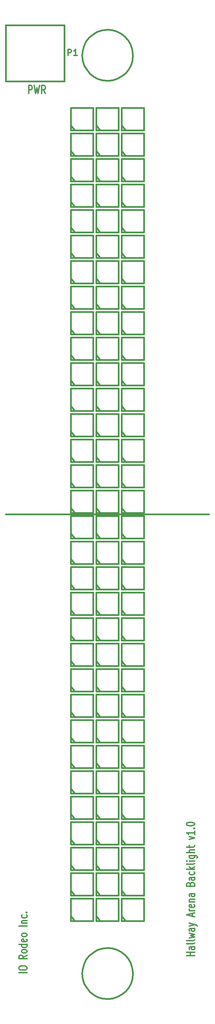
<source format=gto>
G04 (created by PCBNEW-RS274X (2011-07-19)-testing) date Thu 04 Aug 2011 02:52:52 PM PDT*
G01*
G70*
G90*
%MOIN*%
G04 Gerber Fmt 3.4, Leading zero omitted, Abs format*
%FSLAX34Y34*%
G04 APERTURE LIST*
%ADD10C,0.006000*%
%ADD11C,0.012000*%
%ADD12C,0.015000*%
G04 APERTURE END LIST*
G54D10*
G54D11*
X42250Y-27524D02*
X42250Y-26724D01*
X42478Y-26724D01*
X42536Y-26762D01*
X42564Y-26800D01*
X42593Y-26876D01*
X42593Y-26990D01*
X42564Y-27067D01*
X42536Y-27105D01*
X42478Y-27143D01*
X42250Y-27143D01*
X42793Y-26724D02*
X42936Y-27524D01*
X43050Y-26952D01*
X43164Y-27524D01*
X43307Y-26724D01*
X43879Y-27524D02*
X43679Y-27143D01*
X43536Y-27524D02*
X43536Y-26724D01*
X43764Y-26724D01*
X43822Y-26762D01*
X43850Y-26800D01*
X43879Y-26876D01*
X43879Y-26990D01*
X43850Y-27067D01*
X43822Y-27105D01*
X43764Y-27143D01*
X43536Y-27143D01*
X42074Y-113686D02*
X41274Y-113686D01*
X41274Y-113286D02*
X41274Y-113172D01*
X41312Y-113114D01*
X41388Y-113057D01*
X41540Y-113029D01*
X41807Y-113029D01*
X41960Y-113057D01*
X42036Y-113114D01*
X42074Y-113172D01*
X42074Y-113286D01*
X42036Y-113343D01*
X41960Y-113400D01*
X41807Y-113429D01*
X41540Y-113429D01*
X41388Y-113400D01*
X41312Y-113343D01*
X41274Y-113286D01*
X42074Y-111971D02*
X41693Y-112171D01*
X42074Y-112314D02*
X41274Y-112314D01*
X41274Y-112086D01*
X41312Y-112028D01*
X41350Y-112000D01*
X41426Y-111971D01*
X41540Y-111971D01*
X41617Y-112000D01*
X41655Y-112028D01*
X41693Y-112086D01*
X41693Y-112314D01*
X42074Y-111628D02*
X42036Y-111686D01*
X41998Y-111714D01*
X41921Y-111743D01*
X41693Y-111743D01*
X41617Y-111714D01*
X41579Y-111686D01*
X41540Y-111628D01*
X41540Y-111543D01*
X41579Y-111486D01*
X41617Y-111457D01*
X41693Y-111428D01*
X41921Y-111428D01*
X41998Y-111457D01*
X42036Y-111486D01*
X42074Y-111543D01*
X42074Y-111628D01*
X42074Y-110914D02*
X41274Y-110914D01*
X42036Y-110914D02*
X42074Y-110971D01*
X42074Y-111085D01*
X42036Y-111143D01*
X41998Y-111171D01*
X41921Y-111200D01*
X41693Y-111200D01*
X41617Y-111171D01*
X41579Y-111143D01*
X41540Y-111085D01*
X41540Y-110971D01*
X41579Y-110914D01*
X42036Y-110400D02*
X42074Y-110457D01*
X42074Y-110571D01*
X42036Y-110628D01*
X41960Y-110657D01*
X41655Y-110657D01*
X41579Y-110628D01*
X41540Y-110571D01*
X41540Y-110457D01*
X41579Y-110400D01*
X41655Y-110371D01*
X41731Y-110371D01*
X41807Y-110657D01*
X42074Y-110028D02*
X42036Y-110086D01*
X41998Y-110114D01*
X41921Y-110143D01*
X41693Y-110143D01*
X41617Y-110114D01*
X41579Y-110086D01*
X41540Y-110028D01*
X41540Y-109943D01*
X41579Y-109886D01*
X41617Y-109857D01*
X41693Y-109828D01*
X41921Y-109828D01*
X41998Y-109857D01*
X42036Y-109886D01*
X42074Y-109943D01*
X42074Y-110028D01*
X42074Y-109114D02*
X41274Y-109114D01*
X41540Y-108828D02*
X42074Y-108828D01*
X41617Y-108828D02*
X41579Y-108800D01*
X41540Y-108742D01*
X41540Y-108657D01*
X41579Y-108600D01*
X41655Y-108571D01*
X42074Y-108571D01*
X42036Y-108028D02*
X42074Y-108085D01*
X42074Y-108199D01*
X42036Y-108257D01*
X41998Y-108285D01*
X41921Y-108314D01*
X41693Y-108314D01*
X41617Y-108285D01*
X41579Y-108257D01*
X41540Y-108199D01*
X41540Y-108085D01*
X41579Y-108028D01*
X41998Y-107771D02*
X42036Y-107743D01*
X42074Y-107771D01*
X42036Y-107800D01*
X41998Y-107771D01*
X42074Y-107771D01*
X58574Y-112028D02*
X57774Y-112028D01*
X58155Y-112028D02*
X58155Y-111685D01*
X58574Y-111685D02*
X57774Y-111685D01*
X58574Y-111142D02*
X58155Y-111142D01*
X58079Y-111171D01*
X58040Y-111228D01*
X58040Y-111342D01*
X58079Y-111399D01*
X58536Y-111142D02*
X58574Y-111199D01*
X58574Y-111342D01*
X58536Y-111399D01*
X58460Y-111428D01*
X58383Y-111428D01*
X58307Y-111399D01*
X58269Y-111342D01*
X58269Y-111199D01*
X58231Y-111142D01*
X58574Y-110770D02*
X58536Y-110828D01*
X58460Y-110856D01*
X57774Y-110856D01*
X58574Y-110456D02*
X58536Y-110514D01*
X58460Y-110542D01*
X57774Y-110542D01*
X58040Y-110285D02*
X58574Y-110171D01*
X58193Y-110057D01*
X58574Y-109942D01*
X58040Y-109828D01*
X58574Y-109342D02*
X58155Y-109342D01*
X58079Y-109371D01*
X58040Y-109428D01*
X58040Y-109542D01*
X58079Y-109599D01*
X58536Y-109342D02*
X58574Y-109399D01*
X58574Y-109542D01*
X58536Y-109599D01*
X58460Y-109628D01*
X58383Y-109628D01*
X58307Y-109599D01*
X58269Y-109542D01*
X58269Y-109399D01*
X58231Y-109342D01*
X58040Y-109113D02*
X58574Y-108970D01*
X58040Y-108828D02*
X58574Y-108970D01*
X58764Y-109028D01*
X58802Y-109056D01*
X58840Y-109113D01*
X58345Y-108171D02*
X58345Y-107885D01*
X58574Y-108228D02*
X57774Y-108028D01*
X58574Y-107828D01*
X58574Y-107628D02*
X58040Y-107628D01*
X58193Y-107628D02*
X58117Y-107600D01*
X58079Y-107571D01*
X58040Y-107514D01*
X58040Y-107457D01*
X58536Y-107029D02*
X58574Y-107086D01*
X58574Y-107200D01*
X58536Y-107257D01*
X58460Y-107286D01*
X58155Y-107286D01*
X58079Y-107257D01*
X58040Y-107200D01*
X58040Y-107086D01*
X58079Y-107029D01*
X58155Y-107000D01*
X58231Y-107000D01*
X58307Y-107286D01*
X58040Y-106743D02*
X58574Y-106743D01*
X58117Y-106743D02*
X58079Y-106715D01*
X58040Y-106657D01*
X58040Y-106572D01*
X58079Y-106515D01*
X58155Y-106486D01*
X58574Y-106486D01*
X58574Y-105943D02*
X58155Y-105943D01*
X58079Y-105972D01*
X58040Y-106029D01*
X58040Y-106143D01*
X58079Y-106200D01*
X58536Y-105943D02*
X58574Y-106000D01*
X58574Y-106143D01*
X58536Y-106200D01*
X58460Y-106229D01*
X58383Y-106229D01*
X58307Y-106200D01*
X58269Y-106143D01*
X58269Y-106000D01*
X58231Y-105943D01*
X58155Y-105000D02*
X58193Y-104914D01*
X58231Y-104886D01*
X58307Y-104857D01*
X58421Y-104857D01*
X58498Y-104886D01*
X58536Y-104914D01*
X58574Y-104972D01*
X58574Y-105200D01*
X57774Y-105200D01*
X57774Y-105000D01*
X57812Y-104943D01*
X57850Y-104914D01*
X57926Y-104886D01*
X58002Y-104886D01*
X58079Y-104914D01*
X58117Y-104943D01*
X58155Y-105000D01*
X58155Y-105200D01*
X58574Y-104343D02*
X58155Y-104343D01*
X58079Y-104372D01*
X58040Y-104429D01*
X58040Y-104543D01*
X58079Y-104600D01*
X58536Y-104343D02*
X58574Y-104400D01*
X58574Y-104543D01*
X58536Y-104600D01*
X58460Y-104629D01*
X58383Y-104629D01*
X58307Y-104600D01*
X58269Y-104543D01*
X58269Y-104400D01*
X58231Y-104343D01*
X58536Y-103800D02*
X58574Y-103857D01*
X58574Y-103971D01*
X58536Y-104029D01*
X58498Y-104057D01*
X58421Y-104086D01*
X58193Y-104086D01*
X58117Y-104057D01*
X58079Y-104029D01*
X58040Y-103971D01*
X58040Y-103857D01*
X58079Y-103800D01*
X58574Y-103543D02*
X57774Y-103543D01*
X58269Y-103486D02*
X58574Y-103315D01*
X58040Y-103315D02*
X58345Y-103543D01*
X58574Y-102971D02*
X58536Y-103029D01*
X58460Y-103057D01*
X57774Y-103057D01*
X58574Y-102743D02*
X58040Y-102743D01*
X57774Y-102743D02*
X57812Y-102772D01*
X57850Y-102743D01*
X57812Y-102715D01*
X57774Y-102743D01*
X57850Y-102743D01*
X58040Y-102200D02*
X58688Y-102200D01*
X58764Y-102229D01*
X58802Y-102257D01*
X58840Y-102314D01*
X58840Y-102400D01*
X58802Y-102457D01*
X58536Y-102200D02*
X58574Y-102257D01*
X58574Y-102371D01*
X58536Y-102429D01*
X58498Y-102457D01*
X58421Y-102486D01*
X58193Y-102486D01*
X58117Y-102457D01*
X58079Y-102429D01*
X58040Y-102371D01*
X58040Y-102257D01*
X58079Y-102200D01*
X58574Y-101914D02*
X57774Y-101914D01*
X58574Y-101657D02*
X58155Y-101657D01*
X58079Y-101686D01*
X58040Y-101743D01*
X58040Y-101828D01*
X58079Y-101886D01*
X58117Y-101914D01*
X58040Y-101457D02*
X58040Y-101228D01*
X57774Y-101371D02*
X58460Y-101371D01*
X58536Y-101343D01*
X58574Y-101285D01*
X58574Y-101228D01*
X58040Y-100628D02*
X58574Y-100485D01*
X58040Y-100343D01*
X58574Y-99800D02*
X58574Y-100143D01*
X58574Y-99971D02*
X57774Y-99971D01*
X57888Y-100028D01*
X57964Y-100086D01*
X58002Y-100143D01*
X58498Y-99543D02*
X58536Y-99515D01*
X58574Y-99543D01*
X58536Y-99572D01*
X58498Y-99543D01*
X58574Y-99543D01*
X57774Y-99143D02*
X57774Y-99086D01*
X57812Y-99029D01*
X57850Y-99000D01*
X57926Y-98971D01*
X58079Y-98943D01*
X58269Y-98943D01*
X58421Y-98971D01*
X58498Y-99000D01*
X58536Y-99029D01*
X58574Y-99086D01*
X58574Y-99143D01*
X58536Y-99200D01*
X58498Y-99229D01*
X58421Y-99257D01*
X58269Y-99286D01*
X58079Y-99286D01*
X57926Y-99257D01*
X57850Y-99229D01*
X57812Y-99200D01*
X57774Y-99143D01*
G54D12*
X40000Y-68750D02*
X60000Y-68750D01*
X40000Y-26300D02*
X40000Y-20800D01*
X40000Y-20800D02*
X45750Y-20800D01*
X45750Y-20800D02*
X45750Y-26300D01*
X45750Y-26300D02*
X40000Y-26300D01*
X52500Y-23750D02*
X52452Y-24235D01*
X52311Y-24702D01*
X52082Y-25133D01*
X51773Y-25511D01*
X51397Y-25822D01*
X50968Y-26054D01*
X50502Y-26198D01*
X50017Y-26249D01*
X49532Y-26205D01*
X49064Y-26067D01*
X48632Y-25841D01*
X48251Y-25536D01*
X47938Y-25162D01*
X47703Y-24734D01*
X47555Y-24269D01*
X47501Y-23784D01*
X47542Y-23299D01*
X47676Y-22830D01*
X47899Y-22396D01*
X48202Y-22014D01*
X48574Y-21698D01*
X49000Y-21460D01*
X49464Y-21309D01*
X49948Y-21251D01*
X50434Y-21288D01*
X50904Y-21420D01*
X51339Y-21640D01*
X51724Y-21940D01*
X52042Y-22309D01*
X52283Y-22734D01*
X52437Y-23197D01*
X52499Y-23681D01*
X52500Y-23750D01*
X52500Y-113750D02*
X52452Y-114235D01*
X52311Y-114702D01*
X52082Y-115133D01*
X51773Y-115511D01*
X51397Y-115822D01*
X50968Y-116054D01*
X50502Y-116198D01*
X50017Y-116249D01*
X49532Y-116205D01*
X49064Y-116067D01*
X48632Y-115841D01*
X48251Y-115536D01*
X47938Y-115162D01*
X47703Y-114734D01*
X47555Y-114269D01*
X47501Y-113784D01*
X47542Y-113299D01*
X47676Y-112830D01*
X47899Y-112396D01*
X48202Y-112014D01*
X48574Y-111698D01*
X49000Y-111460D01*
X49464Y-111309D01*
X49948Y-111251D01*
X50434Y-111288D01*
X50904Y-111420D01*
X51339Y-111640D01*
X51724Y-111940D01*
X52042Y-112309D01*
X52283Y-112734D01*
X52437Y-113197D01*
X52499Y-113681D01*
X52500Y-113750D01*
X46400Y-30600D02*
X46800Y-31100D01*
X46400Y-28900D02*
X46400Y-31100D01*
X46400Y-31100D02*
X48600Y-31100D01*
X48600Y-31100D02*
X48600Y-28900D01*
X48600Y-28900D02*
X46400Y-28900D01*
X46400Y-33100D02*
X46800Y-33600D01*
X46400Y-31400D02*
X46400Y-33600D01*
X46400Y-33600D02*
X48600Y-33600D01*
X48600Y-33600D02*
X48600Y-31400D01*
X48600Y-31400D02*
X46400Y-31400D01*
X46400Y-35600D02*
X46800Y-36100D01*
X46400Y-33900D02*
X46400Y-36100D01*
X46400Y-36100D02*
X48600Y-36100D01*
X48600Y-36100D02*
X48600Y-33900D01*
X48600Y-33900D02*
X46400Y-33900D01*
X46400Y-38100D02*
X46800Y-38600D01*
X46400Y-36400D02*
X46400Y-38600D01*
X46400Y-38600D02*
X48600Y-38600D01*
X48600Y-38600D02*
X48600Y-36400D01*
X48600Y-36400D02*
X46400Y-36400D01*
X46400Y-40600D02*
X46800Y-41100D01*
X46400Y-38900D02*
X46400Y-41100D01*
X46400Y-41100D02*
X48600Y-41100D01*
X48600Y-41100D02*
X48600Y-38900D01*
X48600Y-38900D02*
X46400Y-38900D01*
X46400Y-43100D02*
X46800Y-43600D01*
X46400Y-41400D02*
X46400Y-43600D01*
X46400Y-43600D02*
X48600Y-43600D01*
X48600Y-43600D02*
X48600Y-41400D01*
X48600Y-41400D02*
X46400Y-41400D01*
X46400Y-45600D02*
X46800Y-46100D01*
X46400Y-43900D02*
X46400Y-46100D01*
X46400Y-46100D02*
X48600Y-46100D01*
X48600Y-46100D02*
X48600Y-43900D01*
X48600Y-43900D02*
X46400Y-43900D01*
X46400Y-48100D02*
X46800Y-48600D01*
X46400Y-46400D02*
X46400Y-48600D01*
X46400Y-48600D02*
X48600Y-48600D01*
X48600Y-48600D02*
X48600Y-46400D01*
X48600Y-46400D02*
X46400Y-46400D01*
X46400Y-50600D02*
X46800Y-51100D01*
X46400Y-48900D02*
X46400Y-51100D01*
X46400Y-51100D02*
X48600Y-51100D01*
X48600Y-51100D02*
X48600Y-48900D01*
X48600Y-48900D02*
X46400Y-48900D01*
X46400Y-53100D02*
X46800Y-53600D01*
X46400Y-51400D02*
X46400Y-53600D01*
X46400Y-53600D02*
X48600Y-53600D01*
X48600Y-53600D02*
X48600Y-51400D01*
X48600Y-51400D02*
X46400Y-51400D01*
X46400Y-55600D02*
X46800Y-56100D01*
X46400Y-53900D02*
X46400Y-56100D01*
X46400Y-56100D02*
X48600Y-56100D01*
X48600Y-56100D02*
X48600Y-53900D01*
X48600Y-53900D02*
X46400Y-53900D01*
X46400Y-58100D02*
X46800Y-58600D01*
X46400Y-56400D02*
X46400Y-58600D01*
X46400Y-58600D02*
X48600Y-58600D01*
X48600Y-58600D02*
X48600Y-56400D01*
X48600Y-56400D02*
X46400Y-56400D01*
X46400Y-60600D02*
X46800Y-61100D01*
X46400Y-58900D02*
X46400Y-61100D01*
X46400Y-61100D02*
X48600Y-61100D01*
X48600Y-61100D02*
X48600Y-58900D01*
X48600Y-58900D02*
X46400Y-58900D01*
X46400Y-63100D02*
X46800Y-63600D01*
X46400Y-61400D02*
X46400Y-63600D01*
X46400Y-63600D02*
X48600Y-63600D01*
X48600Y-63600D02*
X48600Y-61400D01*
X48600Y-61400D02*
X46400Y-61400D01*
X46400Y-65600D02*
X46800Y-66100D01*
X46400Y-63900D02*
X46400Y-66100D01*
X46400Y-66100D02*
X48600Y-66100D01*
X48600Y-66100D02*
X48600Y-63900D01*
X48600Y-63900D02*
X46400Y-63900D01*
X46400Y-68100D02*
X46800Y-68600D01*
X46400Y-66400D02*
X46400Y-68600D01*
X46400Y-68600D02*
X48600Y-68600D01*
X48600Y-68600D02*
X48600Y-66400D01*
X48600Y-66400D02*
X46400Y-66400D01*
X48900Y-30600D02*
X49300Y-31100D01*
X48900Y-28900D02*
X48900Y-31100D01*
X48900Y-31100D02*
X51100Y-31100D01*
X51100Y-31100D02*
X51100Y-28900D01*
X51100Y-28900D02*
X48900Y-28900D01*
X48900Y-33100D02*
X49300Y-33600D01*
X48900Y-31400D02*
X48900Y-33600D01*
X48900Y-33600D02*
X51100Y-33600D01*
X51100Y-33600D02*
X51100Y-31400D01*
X51100Y-31400D02*
X48900Y-31400D01*
X48900Y-35600D02*
X49300Y-36100D01*
X48900Y-33900D02*
X48900Y-36100D01*
X48900Y-36100D02*
X51100Y-36100D01*
X51100Y-36100D02*
X51100Y-33900D01*
X51100Y-33900D02*
X48900Y-33900D01*
X48900Y-38100D02*
X49300Y-38600D01*
X48900Y-36400D02*
X48900Y-38600D01*
X48900Y-38600D02*
X51100Y-38600D01*
X51100Y-38600D02*
X51100Y-36400D01*
X51100Y-36400D02*
X48900Y-36400D01*
X48900Y-40600D02*
X49300Y-41100D01*
X48900Y-38900D02*
X48900Y-41100D01*
X48900Y-41100D02*
X51100Y-41100D01*
X51100Y-41100D02*
X51100Y-38900D01*
X51100Y-38900D02*
X48900Y-38900D01*
X48900Y-43100D02*
X49300Y-43600D01*
X48900Y-41400D02*
X48900Y-43600D01*
X48900Y-43600D02*
X51100Y-43600D01*
X51100Y-43600D02*
X51100Y-41400D01*
X51100Y-41400D02*
X48900Y-41400D01*
X48900Y-45600D02*
X49300Y-46100D01*
X48900Y-43900D02*
X48900Y-46100D01*
X48900Y-46100D02*
X51100Y-46100D01*
X51100Y-46100D02*
X51100Y-43900D01*
X51100Y-43900D02*
X48900Y-43900D01*
X48900Y-48100D02*
X49300Y-48600D01*
X48900Y-46400D02*
X48900Y-48600D01*
X48900Y-48600D02*
X51100Y-48600D01*
X51100Y-48600D02*
X51100Y-46400D01*
X51100Y-46400D02*
X48900Y-46400D01*
X48900Y-50600D02*
X49300Y-51100D01*
X48900Y-48900D02*
X48900Y-51100D01*
X48900Y-51100D02*
X51100Y-51100D01*
X51100Y-51100D02*
X51100Y-48900D01*
X51100Y-48900D02*
X48900Y-48900D01*
X48900Y-53100D02*
X49300Y-53600D01*
X48900Y-51400D02*
X48900Y-53600D01*
X48900Y-53600D02*
X51100Y-53600D01*
X51100Y-53600D02*
X51100Y-51400D01*
X51100Y-51400D02*
X48900Y-51400D01*
X48900Y-55600D02*
X49300Y-56100D01*
X48900Y-53900D02*
X48900Y-56100D01*
X48900Y-56100D02*
X51100Y-56100D01*
X51100Y-56100D02*
X51100Y-53900D01*
X51100Y-53900D02*
X48900Y-53900D01*
X48900Y-58100D02*
X49300Y-58600D01*
X48900Y-56400D02*
X48900Y-58600D01*
X48900Y-58600D02*
X51100Y-58600D01*
X51100Y-58600D02*
X51100Y-56400D01*
X51100Y-56400D02*
X48900Y-56400D01*
X48900Y-60600D02*
X49300Y-61100D01*
X48900Y-58900D02*
X48900Y-61100D01*
X48900Y-61100D02*
X51100Y-61100D01*
X51100Y-61100D02*
X51100Y-58900D01*
X51100Y-58900D02*
X48900Y-58900D01*
X48900Y-63100D02*
X49300Y-63600D01*
X48900Y-61400D02*
X48900Y-63600D01*
X48900Y-63600D02*
X51100Y-63600D01*
X51100Y-63600D02*
X51100Y-61400D01*
X51100Y-61400D02*
X48900Y-61400D01*
X48900Y-65600D02*
X49300Y-66100D01*
X48900Y-63900D02*
X48900Y-66100D01*
X48900Y-66100D02*
X51100Y-66100D01*
X51100Y-66100D02*
X51100Y-63900D01*
X51100Y-63900D02*
X48900Y-63900D01*
X48900Y-68100D02*
X49300Y-68600D01*
X48900Y-66400D02*
X48900Y-68600D01*
X48900Y-68600D02*
X51100Y-68600D01*
X51100Y-68600D02*
X51100Y-66400D01*
X51100Y-66400D02*
X48900Y-66400D01*
X51400Y-30600D02*
X51800Y-31100D01*
X51400Y-28900D02*
X51400Y-31100D01*
X51400Y-31100D02*
X53600Y-31100D01*
X53600Y-31100D02*
X53600Y-28900D01*
X53600Y-28900D02*
X51400Y-28900D01*
X51400Y-33100D02*
X51800Y-33600D01*
X51400Y-31400D02*
X51400Y-33600D01*
X51400Y-33600D02*
X53600Y-33600D01*
X53600Y-33600D02*
X53600Y-31400D01*
X53600Y-31400D02*
X51400Y-31400D01*
X51400Y-35600D02*
X51800Y-36100D01*
X51400Y-33900D02*
X51400Y-36100D01*
X51400Y-36100D02*
X53600Y-36100D01*
X53600Y-36100D02*
X53600Y-33900D01*
X53600Y-33900D02*
X51400Y-33900D01*
X51400Y-38100D02*
X51800Y-38600D01*
X51400Y-36400D02*
X51400Y-38600D01*
X51400Y-38600D02*
X53600Y-38600D01*
X53600Y-38600D02*
X53600Y-36400D01*
X53600Y-36400D02*
X51400Y-36400D01*
X51400Y-40600D02*
X51800Y-41100D01*
X51400Y-38900D02*
X51400Y-41100D01*
X51400Y-41100D02*
X53600Y-41100D01*
X53600Y-41100D02*
X53600Y-38900D01*
X53600Y-38900D02*
X51400Y-38900D01*
X51400Y-43100D02*
X51800Y-43600D01*
X51400Y-41400D02*
X51400Y-43600D01*
X51400Y-43600D02*
X53600Y-43600D01*
X53600Y-43600D02*
X53600Y-41400D01*
X53600Y-41400D02*
X51400Y-41400D01*
X51400Y-45600D02*
X51800Y-46100D01*
X51400Y-43900D02*
X51400Y-46100D01*
X51400Y-46100D02*
X53600Y-46100D01*
X53600Y-46100D02*
X53600Y-43900D01*
X53600Y-43900D02*
X51400Y-43900D01*
X51400Y-48100D02*
X51800Y-48600D01*
X51400Y-46400D02*
X51400Y-48600D01*
X51400Y-48600D02*
X53600Y-48600D01*
X53600Y-48600D02*
X53600Y-46400D01*
X53600Y-46400D02*
X51400Y-46400D01*
X51400Y-50600D02*
X51800Y-51100D01*
X51400Y-48900D02*
X51400Y-51100D01*
X51400Y-51100D02*
X53600Y-51100D01*
X53600Y-51100D02*
X53600Y-48900D01*
X53600Y-48900D02*
X51400Y-48900D01*
X51400Y-53100D02*
X51800Y-53600D01*
X51400Y-51400D02*
X51400Y-53600D01*
X51400Y-53600D02*
X53600Y-53600D01*
X53600Y-53600D02*
X53600Y-51400D01*
X53600Y-51400D02*
X51400Y-51400D01*
X51400Y-55600D02*
X51800Y-56100D01*
X51400Y-53900D02*
X51400Y-56100D01*
X51400Y-56100D02*
X53600Y-56100D01*
X53600Y-56100D02*
X53600Y-53900D01*
X53600Y-53900D02*
X51400Y-53900D01*
X51400Y-58100D02*
X51800Y-58600D01*
X51400Y-56400D02*
X51400Y-58600D01*
X51400Y-58600D02*
X53600Y-58600D01*
X53600Y-58600D02*
X53600Y-56400D01*
X53600Y-56400D02*
X51400Y-56400D01*
X51400Y-60600D02*
X51800Y-61100D01*
X51400Y-58900D02*
X51400Y-61100D01*
X51400Y-61100D02*
X53600Y-61100D01*
X53600Y-61100D02*
X53600Y-58900D01*
X53600Y-58900D02*
X51400Y-58900D01*
X51400Y-63100D02*
X51800Y-63600D01*
X51400Y-61400D02*
X51400Y-63600D01*
X51400Y-63600D02*
X53600Y-63600D01*
X53600Y-63600D02*
X53600Y-61400D01*
X53600Y-61400D02*
X51400Y-61400D01*
X51400Y-65600D02*
X51800Y-66100D01*
X51400Y-63900D02*
X51400Y-66100D01*
X51400Y-66100D02*
X53600Y-66100D01*
X53600Y-66100D02*
X53600Y-63900D01*
X53600Y-63900D02*
X51400Y-63900D01*
X51400Y-68100D02*
X51800Y-68600D01*
X51400Y-66400D02*
X51400Y-68600D01*
X51400Y-68600D02*
X53600Y-68600D01*
X53600Y-68600D02*
X53600Y-66400D01*
X53600Y-66400D02*
X51400Y-66400D01*
X46400Y-70600D02*
X46800Y-71100D01*
X46400Y-68900D02*
X46400Y-71100D01*
X46400Y-71100D02*
X48600Y-71100D01*
X48600Y-71100D02*
X48600Y-68900D01*
X48600Y-68900D02*
X46400Y-68900D01*
X46400Y-73100D02*
X46800Y-73600D01*
X46400Y-71400D02*
X46400Y-73600D01*
X46400Y-73600D02*
X48600Y-73600D01*
X48600Y-73600D02*
X48600Y-71400D01*
X48600Y-71400D02*
X46400Y-71400D01*
X46400Y-75600D02*
X46800Y-76100D01*
X46400Y-73900D02*
X46400Y-76100D01*
X46400Y-76100D02*
X48600Y-76100D01*
X48600Y-76100D02*
X48600Y-73900D01*
X48600Y-73900D02*
X46400Y-73900D01*
X46400Y-78100D02*
X46800Y-78600D01*
X46400Y-76400D02*
X46400Y-78600D01*
X46400Y-78600D02*
X48600Y-78600D01*
X48600Y-78600D02*
X48600Y-76400D01*
X48600Y-76400D02*
X46400Y-76400D01*
X46400Y-80600D02*
X46800Y-81100D01*
X46400Y-78900D02*
X46400Y-81100D01*
X46400Y-81100D02*
X48600Y-81100D01*
X48600Y-81100D02*
X48600Y-78900D01*
X48600Y-78900D02*
X46400Y-78900D01*
X46400Y-83100D02*
X46800Y-83600D01*
X46400Y-81400D02*
X46400Y-83600D01*
X46400Y-83600D02*
X48600Y-83600D01*
X48600Y-83600D02*
X48600Y-81400D01*
X48600Y-81400D02*
X46400Y-81400D01*
X46400Y-85600D02*
X46800Y-86100D01*
X46400Y-83900D02*
X46400Y-86100D01*
X46400Y-86100D02*
X48600Y-86100D01*
X48600Y-86100D02*
X48600Y-83900D01*
X48600Y-83900D02*
X46400Y-83900D01*
X46400Y-88100D02*
X46800Y-88600D01*
X46400Y-86400D02*
X46400Y-88600D01*
X46400Y-88600D02*
X48600Y-88600D01*
X48600Y-88600D02*
X48600Y-86400D01*
X48600Y-86400D02*
X46400Y-86400D01*
X46400Y-90600D02*
X46800Y-91100D01*
X46400Y-88900D02*
X46400Y-91100D01*
X46400Y-91100D02*
X48600Y-91100D01*
X48600Y-91100D02*
X48600Y-88900D01*
X48600Y-88900D02*
X46400Y-88900D01*
X46400Y-93100D02*
X46800Y-93600D01*
X46400Y-91400D02*
X46400Y-93600D01*
X46400Y-93600D02*
X48600Y-93600D01*
X48600Y-93600D02*
X48600Y-91400D01*
X48600Y-91400D02*
X46400Y-91400D01*
X46400Y-95600D02*
X46800Y-96100D01*
X46400Y-93900D02*
X46400Y-96100D01*
X46400Y-96100D02*
X48600Y-96100D01*
X48600Y-96100D02*
X48600Y-93900D01*
X48600Y-93900D02*
X46400Y-93900D01*
X46400Y-98100D02*
X46800Y-98600D01*
X46400Y-96400D02*
X46400Y-98600D01*
X46400Y-98600D02*
X48600Y-98600D01*
X48600Y-98600D02*
X48600Y-96400D01*
X48600Y-96400D02*
X46400Y-96400D01*
X46400Y-100600D02*
X46800Y-101100D01*
X46400Y-98900D02*
X46400Y-101100D01*
X46400Y-101100D02*
X48600Y-101100D01*
X48600Y-101100D02*
X48600Y-98900D01*
X48600Y-98900D02*
X46400Y-98900D01*
X46400Y-103100D02*
X46800Y-103600D01*
X46400Y-101400D02*
X46400Y-103600D01*
X46400Y-103600D02*
X48600Y-103600D01*
X48600Y-103600D02*
X48600Y-101400D01*
X48600Y-101400D02*
X46400Y-101400D01*
X46400Y-105600D02*
X46800Y-106100D01*
X46400Y-103900D02*
X46400Y-106100D01*
X46400Y-106100D02*
X48600Y-106100D01*
X48600Y-106100D02*
X48600Y-103900D01*
X48600Y-103900D02*
X46400Y-103900D01*
X46400Y-108100D02*
X46800Y-108600D01*
X46400Y-106400D02*
X46400Y-108600D01*
X46400Y-108600D02*
X48600Y-108600D01*
X48600Y-108600D02*
X48600Y-106400D01*
X48600Y-106400D02*
X46400Y-106400D01*
X48900Y-70600D02*
X49300Y-71100D01*
X48900Y-68900D02*
X48900Y-71100D01*
X48900Y-71100D02*
X51100Y-71100D01*
X51100Y-71100D02*
X51100Y-68900D01*
X51100Y-68900D02*
X48900Y-68900D01*
X48900Y-73100D02*
X49300Y-73600D01*
X48900Y-71400D02*
X48900Y-73600D01*
X48900Y-73600D02*
X51100Y-73600D01*
X51100Y-73600D02*
X51100Y-71400D01*
X51100Y-71400D02*
X48900Y-71400D01*
X48900Y-75600D02*
X49300Y-76100D01*
X48900Y-73900D02*
X48900Y-76100D01*
X48900Y-76100D02*
X51100Y-76100D01*
X51100Y-76100D02*
X51100Y-73900D01*
X51100Y-73900D02*
X48900Y-73900D01*
X48900Y-78100D02*
X49300Y-78600D01*
X48900Y-76400D02*
X48900Y-78600D01*
X48900Y-78600D02*
X51100Y-78600D01*
X51100Y-78600D02*
X51100Y-76400D01*
X51100Y-76400D02*
X48900Y-76400D01*
X48900Y-80600D02*
X49300Y-81100D01*
X48900Y-78900D02*
X48900Y-81100D01*
X48900Y-81100D02*
X51100Y-81100D01*
X51100Y-81100D02*
X51100Y-78900D01*
X51100Y-78900D02*
X48900Y-78900D01*
X48900Y-83100D02*
X49300Y-83600D01*
X48900Y-81400D02*
X48900Y-83600D01*
X48900Y-83600D02*
X51100Y-83600D01*
X51100Y-83600D02*
X51100Y-81400D01*
X51100Y-81400D02*
X48900Y-81400D01*
X48900Y-85600D02*
X49300Y-86100D01*
X48900Y-83900D02*
X48900Y-86100D01*
X48900Y-86100D02*
X51100Y-86100D01*
X51100Y-86100D02*
X51100Y-83900D01*
X51100Y-83900D02*
X48900Y-83900D01*
X48900Y-88100D02*
X49300Y-88600D01*
X48900Y-86400D02*
X48900Y-88600D01*
X48900Y-88600D02*
X51100Y-88600D01*
X51100Y-88600D02*
X51100Y-86400D01*
X51100Y-86400D02*
X48900Y-86400D01*
X48900Y-90600D02*
X49300Y-91100D01*
X48900Y-88900D02*
X48900Y-91100D01*
X48900Y-91100D02*
X51100Y-91100D01*
X51100Y-91100D02*
X51100Y-88900D01*
X51100Y-88900D02*
X48900Y-88900D01*
X48900Y-93100D02*
X49300Y-93600D01*
X48900Y-91400D02*
X48900Y-93600D01*
X48900Y-93600D02*
X51100Y-93600D01*
X51100Y-93600D02*
X51100Y-91400D01*
X51100Y-91400D02*
X48900Y-91400D01*
X48900Y-95600D02*
X49300Y-96100D01*
X48900Y-93900D02*
X48900Y-96100D01*
X48900Y-96100D02*
X51100Y-96100D01*
X51100Y-96100D02*
X51100Y-93900D01*
X51100Y-93900D02*
X48900Y-93900D01*
X48900Y-98100D02*
X49300Y-98600D01*
X48900Y-96400D02*
X48900Y-98600D01*
X48900Y-98600D02*
X51100Y-98600D01*
X51100Y-98600D02*
X51100Y-96400D01*
X51100Y-96400D02*
X48900Y-96400D01*
X48900Y-100600D02*
X49300Y-101100D01*
X48900Y-98900D02*
X48900Y-101100D01*
X48900Y-101100D02*
X51100Y-101100D01*
X51100Y-101100D02*
X51100Y-98900D01*
X51100Y-98900D02*
X48900Y-98900D01*
X48900Y-103100D02*
X49300Y-103600D01*
X48900Y-101400D02*
X48900Y-103600D01*
X48900Y-103600D02*
X51100Y-103600D01*
X51100Y-103600D02*
X51100Y-101400D01*
X51100Y-101400D02*
X48900Y-101400D01*
X48900Y-105600D02*
X49300Y-106100D01*
X48900Y-103900D02*
X48900Y-106100D01*
X48900Y-106100D02*
X51100Y-106100D01*
X51100Y-106100D02*
X51100Y-103900D01*
X51100Y-103900D02*
X48900Y-103900D01*
X48900Y-108100D02*
X49300Y-108600D01*
X48900Y-106400D02*
X48900Y-108600D01*
X48900Y-108600D02*
X51100Y-108600D01*
X51100Y-108600D02*
X51100Y-106400D01*
X51100Y-106400D02*
X48900Y-106400D01*
X51400Y-70600D02*
X51800Y-71100D01*
X51400Y-68900D02*
X51400Y-71100D01*
X51400Y-71100D02*
X53600Y-71100D01*
X53600Y-71100D02*
X53600Y-68900D01*
X53600Y-68900D02*
X51400Y-68900D01*
X51400Y-73100D02*
X51800Y-73600D01*
X51400Y-71400D02*
X51400Y-73600D01*
X51400Y-73600D02*
X53600Y-73600D01*
X53600Y-73600D02*
X53600Y-71400D01*
X53600Y-71400D02*
X51400Y-71400D01*
X51400Y-75600D02*
X51800Y-76100D01*
X51400Y-73900D02*
X51400Y-76100D01*
X51400Y-76100D02*
X53600Y-76100D01*
X53600Y-76100D02*
X53600Y-73900D01*
X53600Y-73900D02*
X51400Y-73900D01*
X51400Y-78100D02*
X51800Y-78600D01*
X51400Y-76400D02*
X51400Y-78600D01*
X51400Y-78600D02*
X53600Y-78600D01*
X53600Y-78600D02*
X53600Y-76400D01*
X53600Y-76400D02*
X51400Y-76400D01*
X51400Y-80600D02*
X51800Y-81100D01*
X51400Y-78900D02*
X51400Y-81100D01*
X51400Y-81100D02*
X53600Y-81100D01*
X53600Y-81100D02*
X53600Y-78900D01*
X53600Y-78900D02*
X51400Y-78900D01*
X51400Y-83100D02*
X51800Y-83600D01*
X51400Y-81400D02*
X51400Y-83600D01*
X51400Y-83600D02*
X53600Y-83600D01*
X53600Y-83600D02*
X53600Y-81400D01*
X53600Y-81400D02*
X51400Y-81400D01*
X51400Y-85600D02*
X51800Y-86100D01*
X51400Y-83900D02*
X51400Y-86100D01*
X51400Y-86100D02*
X53600Y-86100D01*
X53600Y-86100D02*
X53600Y-83900D01*
X53600Y-83900D02*
X51400Y-83900D01*
X51400Y-88100D02*
X51800Y-88600D01*
X51400Y-86400D02*
X51400Y-88600D01*
X51400Y-88600D02*
X53600Y-88600D01*
X53600Y-88600D02*
X53600Y-86400D01*
X53600Y-86400D02*
X51400Y-86400D01*
X51400Y-90600D02*
X51800Y-91100D01*
X51400Y-88900D02*
X51400Y-91100D01*
X51400Y-91100D02*
X53600Y-91100D01*
X53600Y-91100D02*
X53600Y-88900D01*
X53600Y-88900D02*
X51400Y-88900D01*
X51400Y-93100D02*
X51800Y-93600D01*
X51400Y-91400D02*
X51400Y-93600D01*
X51400Y-93600D02*
X53600Y-93600D01*
X53600Y-93600D02*
X53600Y-91400D01*
X53600Y-91400D02*
X51400Y-91400D01*
X51400Y-95600D02*
X51800Y-96100D01*
X51400Y-93900D02*
X51400Y-96100D01*
X51400Y-96100D02*
X53600Y-96100D01*
X53600Y-96100D02*
X53600Y-93900D01*
X53600Y-93900D02*
X51400Y-93900D01*
X51400Y-98100D02*
X51800Y-98600D01*
X51400Y-96400D02*
X51400Y-98600D01*
X51400Y-98600D02*
X53600Y-98600D01*
X53600Y-98600D02*
X53600Y-96400D01*
X53600Y-96400D02*
X51400Y-96400D01*
X51400Y-100600D02*
X51800Y-101100D01*
X51400Y-98900D02*
X51400Y-101100D01*
X51400Y-101100D02*
X53600Y-101100D01*
X53600Y-101100D02*
X53600Y-98900D01*
X53600Y-98900D02*
X51400Y-98900D01*
X51400Y-103100D02*
X51800Y-103600D01*
X51400Y-101400D02*
X51400Y-103600D01*
X51400Y-103600D02*
X53600Y-103600D01*
X53600Y-103600D02*
X53600Y-101400D01*
X53600Y-101400D02*
X51400Y-101400D01*
X51400Y-105600D02*
X51800Y-106100D01*
X51400Y-103900D02*
X51400Y-106100D01*
X51400Y-106100D02*
X53600Y-106100D01*
X53600Y-106100D02*
X53600Y-103900D01*
X53600Y-103900D02*
X51400Y-103900D01*
X51400Y-108100D02*
X51800Y-108600D01*
X51400Y-106400D02*
X51400Y-108600D01*
X51400Y-108600D02*
X53600Y-108600D01*
X53600Y-108600D02*
X53600Y-106400D01*
X53600Y-106400D02*
X51400Y-106400D01*
G54D11*
X46108Y-23793D02*
X46108Y-23193D01*
X46336Y-23193D01*
X46394Y-23221D01*
X46422Y-23250D01*
X46451Y-23307D01*
X46451Y-23393D01*
X46422Y-23450D01*
X46394Y-23479D01*
X46336Y-23507D01*
X46108Y-23507D01*
X47022Y-23793D02*
X46679Y-23793D01*
X46851Y-23793D02*
X46851Y-23193D01*
X46794Y-23279D01*
X46736Y-23336D01*
X46679Y-23364D01*
M02*

</source>
